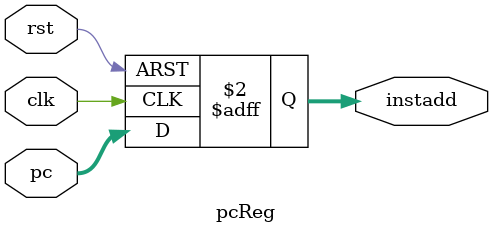
<source format=v>
module pcReg(input clk, rst, input[31:0] pc, output reg[31:0] instadd);
  always@(posedge clk, posedge rst)begin
    if(rst) instadd <= 32'b0;
    else instadd <= pc;
    end
endmodule

</source>
